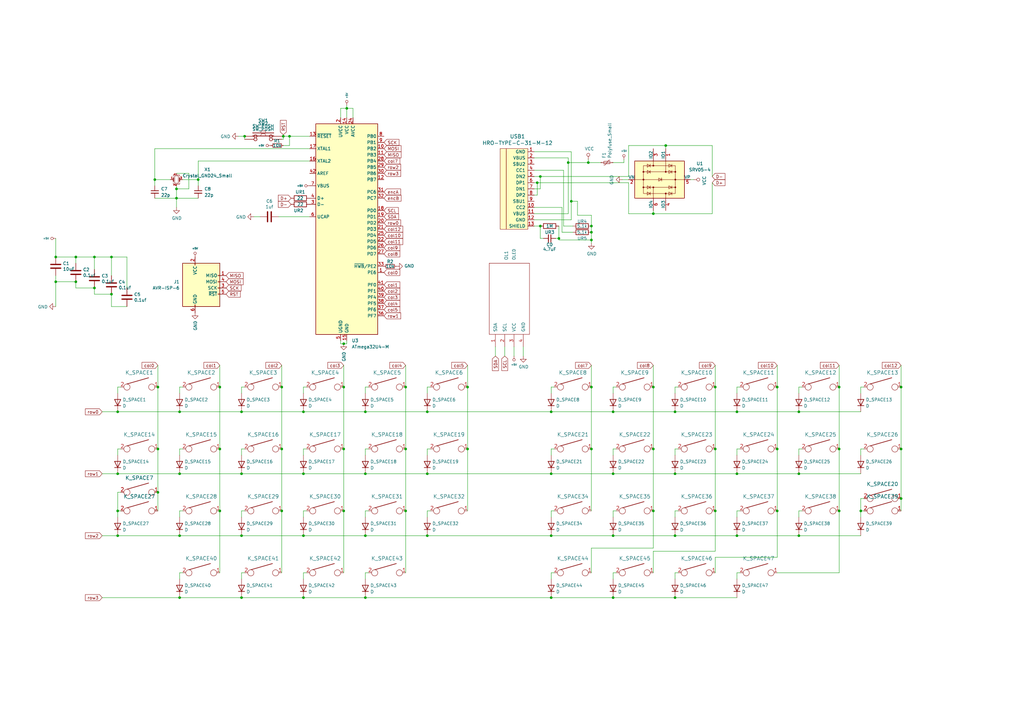
<source format=kicad_sch>
(kicad_sch (version 20211123) (generator eeschema)
  (paper "A3")
  (junction (at 90.17 209.55))
  (junction (at 220.345 74.93))
  (junction (at 149.86 245.11))
  (junction (at 166.37 184.15))
  (junction (at 233.045 66.675))
  (junction (at 140.97 158.75))
  (junction (at 22.86 105.41))
  (junction (at 267.97 209.55))
  (junction (at 242.57 92.71))
  (junction (at 99.06 219.71))
  (junction (at 100.33 55.88))
  (junction (at 140.97 140.97))
  (junction (at 251.46 219.71))
  (junction (at 175.26 194.31))
  (junction (at 327.66 219.71))
  (junction (at 124.46 194.31))
  (junction (at 116.205 55.88))
  (junction (at 64.77 184.15))
  (junction (at 73.66 219.71))
  (junction (at 293.37 209.55))
  (junction (at 149.86 219.71))
  (junction (at 191.77 158.75))
  (junction (at 276.86 219.71))
  (junction (at 115.57 158.75))
  (junction (at 38.735 105.41))
  (junction (at 31.115 105.41))
  (junction (at 73.66 168.91))
  (junction (at 302.26 168.91))
  (junction (at 99.06 168.91))
  (junction (at 191.77 184.15))
  (junction (at 48.26 219.71))
  (junction (at 302.26 219.71))
  (junction (at 48.26 194.31))
  (junction (at 251.46 168.91))
  (junction (at 276.86 245.11))
  (junction (at 142.24 44.45))
  (junction (at 48.26 168.91))
  (junction (at 140.97 184.15))
  (junction (at 72.39 81.28))
  (junction (at 140.97 209.55))
  (junction (at 369.57 184.15))
  (junction (at 327.66 168.91))
  (junction (at 124.46 219.71))
  (junction (at 226.06 168.91))
  (junction (at 369.57 158.75))
  (junction (at 251.46 245.11))
  (junction (at 221.615 92.71))
  (junction (at 45.72 120.65))
  (junction (at 31.115 115.57))
  (junction (at 48.26 209.55))
  (junction (at 229.235 97.79))
  (junction (at 99.06 245.11))
  (junction (at 276.86 194.31))
  (junction (at 318.77 209.55))
  (junction (at 63.5 73.66))
  (junction (at 353.06 209.55))
  (junction (at 273.05 59.69))
  (junction (at 118.745 55.88))
  (junction (at 242.57 98.425))
  (junction (at 344.17 184.15))
  (junction (at 45.72 105.41))
  (junction (at 302.26 194.31))
  (junction (at 267.97 87.63))
  (junction (at 124.46 168.91))
  (junction (at 175.26 219.71))
  (junction (at 90.17 184.15))
  (junction (at 242.57 95.25))
  (junction (at 124.46 245.11))
  (junction (at 38.735 118.11))
  (junction (at 234.315 82.55))
  (junction (at 99.06 194.31))
  (junction (at 22.86 115.57))
  (junction (at 73.66 194.31))
  (junction (at 251.46 194.31))
  (junction (at 318.77 158.75))
  (junction (at 293.37 158.75))
  (junction (at 64.77 158.75))
  (junction (at 242.57 158.75))
  (junction (at 276.86 168.91))
  (junction (at 226.06 245.11))
  (junction (at 115.57 209.55))
  (junction (at 293.37 184.15))
  (junction (at 175.26 168.91))
  (junction (at 166.37 158.75))
  (junction (at 149.86 168.91))
  (junction (at 115.57 184.15))
  (junction (at 318.77 184.15))
  (junction (at 149.86 194.31))
  (junction (at 267.97 184.15))
  (junction (at 64.77 201.93))
  (junction (at 267.97 158.75))
  (junction (at 72.39 77.47))
  (junction (at 241.3 66.675))
  (junction (at 81.28 73.66))
  (junction (at 327.66 194.31))
  (junction (at 73.66 245.11))
  (junction (at 90.17 158.75))
  (junction (at 242.57 184.15))
  (junction (at 226.06 219.71))
  (junction (at 369.57 204.47))
  (junction (at 344.17 209.55))
  (junction (at 344.17 158.75))
  (junction (at 166.37 209.55))
  (junction (at 221.615 72.39))
  (junction (at 226.06 194.31))
  (wire (pts (xy 72.39 81.28) (xy 81.28 81.28)))
  (wire (pts (xy 64.77 201.93) (xy 64.77 184.15)))
  (wire (pts (xy 293.37 184.15) (xy 293.37 158.75)))
  (wire (pts (xy 81.28 76.2) (xy 81.28 73.66)))
  (wire (pts (xy 149.86 194.31) (xy 175.26 194.31)))
  (wire (pts (xy 81.28 73.66) (xy 81.28 66.04)))
  (wire (pts (xy 257.81 59.69) (xy 257.81 72.39)))
  (wire (pts (xy 124.46 209.55) (xy 124.46 212.09)))
  (wire (pts (xy 267.97 234.95) (xy 267.97 226.06)))
  (wire (pts (xy 219.075 72.39) (xy 221.615 72.39)))
  (wire (pts (xy 74.93 184.15) (xy 73.66 184.15)))
  (wire (pts (xy 99.06 194.31) (xy 124.46 194.31)))
  (wire (pts (xy 139.7 48.26) (xy 139.7 44.45)))
  (wire (pts (xy 31.115 107.95) (xy 31.115 105.41)))
  (wire (pts (xy 41.91 168.91) (xy 48.26 168.91)))
  (wire (pts (xy 302.26 184.15) (xy 302.26 186.69)))
  (wire (pts (xy 73.66 184.15) (xy 73.66 186.69)))
  (wire (pts (xy 22.86 113.03) (xy 22.86 115.57)))
  (wire (pts (xy 72.39 76.2) (xy 72.39 77.47)))
  (wire (pts (xy 227.965 97.79) (xy 229.235 97.79)))
  (wire (pts (xy 242.57 95.25) (xy 242.57 92.71)))
  (wire (pts (xy 318.77 149.86) (xy 318.77 158.75)))
  (wire (pts (xy 302.26 234.95) (xy 302.26 237.49)))
  (wire (pts (xy 251.46 66.675) (xy 255.905 66.675)))
  (wire (pts (xy 151.13 209.55) (xy 149.86 209.55)))
  (wire (pts (xy 124.46 158.75) (xy 124.46 161.29)))
  (wire (pts (xy 100.33 55.88) (xy 97.79 55.88)))
  (wire (pts (xy 176.53 158.75) (xy 175.26 158.75)))
  (wire (pts (xy 255.905 66.675) (xy 255.905 65.405)))
  (wire (pts (xy 74.93 158.75) (xy 73.66 158.75)))
  (wire (pts (xy 230.505 95.25) (xy 230.505 85.09)))
  (wire (pts (xy 52.07 125.73) (xy 45.72 125.73)))
  (wire (pts (xy 125.73 158.75) (xy 124.46 158.75)))
  (wire (pts (xy 125.73 234.95) (xy 124.46 234.95)))
  (wire (pts (xy 278.13 209.55) (xy 276.86 209.55)))
  (wire (pts (xy 48.26 219.71) (xy 73.66 219.71)))
  (wire (pts (xy 49.53 201.93) (xy 48.26 201.93)))
  (wire (pts (xy 175.26 209.55) (xy 175.26 212.09)))
  (wire (pts (xy 293.37 234.95) (xy 293.37 228.6)))
  (wire (pts (xy 140.97 209.55) (xy 140.97 184.15)))
  (wire (pts (xy 219.075 64.77) (xy 233.045 64.77)))
  (wire (pts (xy 293.37 228.6) (xy 318.77 228.6)))
  (wire (pts (xy 267.97 184.15) (xy 267.97 209.55)))
  (wire (pts (xy 233.045 66.675) (xy 233.045 87.63)))
  (wire (pts (xy 221.615 77.47) (xy 221.615 72.39)))
  (wire (pts (xy 191.77 209.55) (xy 191.77 184.15)))
  (wire (pts (xy 303.53 209.55) (xy 302.26 209.55)))
  (wire (pts (xy 227.33 234.95) (xy 226.06 234.95)))
  (wire (pts (xy 72.39 71.12) (xy 77.47 71.12)))
  (wire (pts (xy 100.33 209.55) (xy 99.06 209.55)))
  (wire (pts (xy 276.86 158.75) (xy 276.86 161.29)))
  (wire (pts (xy 116.205 55.88) (xy 115.57 55.88)))
  (wire (pts (xy 226.06 158.75) (xy 226.06 161.29)))
  (wire (pts (xy 124.46 234.95) (xy 124.46 237.49)))
  (wire (pts (xy 45.72 113.03) (xy 45.72 105.41)))
  (wire (pts (xy 229.235 97.79) (xy 229.235 92.71)))
  (wire (pts (xy 302.26 158.75) (xy 302.26 161.29)))
  (wire (pts (xy 41.91 194.31) (xy 48.26 194.31)))
  (wire (pts (xy 99.06 234.95) (xy 99.06 237.49)))
  (wire (pts (xy 142.24 44.45) (xy 142.24 48.26)))
  (wire (pts (xy 278.13 184.15) (xy 276.86 184.15)))
  (wire (pts (xy 115.57 184.15) (xy 115.57 158.75)))
  (wire (pts (xy 327.66 158.75) (xy 327.66 161.29)))
  (wire (pts (xy 233.045 64.77) (xy 233.045 66.675)))
  (wire (pts (xy 234.315 82.55) (xy 234.315 62.23)))
  (wire (pts (xy 221.615 92.71) (xy 221.615 97.79)))
  (wire (pts (xy 175.26 219.71) (xy 226.06 219.71)))
  (wire (pts (xy 49.53 209.55) (xy 48.26 209.55)))
  (wire (pts (xy 236.855 82.55) (xy 236.855 88.265)))
  (wire (pts (xy 353.06 158.75) (xy 353.06 161.29)))
  (wire (pts (xy 226.06 184.15) (xy 226.06 186.69)))
  (wire (pts (xy 72.39 77.47) (xy 72.39 81.28)))
  (wire (pts (xy 115.57 209.55) (xy 115.57 234.95)))
  (wire (pts (xy 207.01 146.05) (xy 207.01 142.24)))
  (wire (pts (xy 139.7 139.7) (xy 139.7 140.97)))
  (wire (pts (xy 276.86 168.91) (xy 302.26 168.91)))
  (wire (pts (xy 115.57 57.15) (xy 116.205 57.15)))
  (wire (pts (xy 140.97 209.55) (xy 140.97 234.95)))
  (wire (pts (xy 327.66 219.71) (xy 353.06 219.71)))
  (wire (pts (xy 369.57 209.55) (xy 369.57 204.47)))
  (wire (pts (xy 276.86 194.31) (xy 302.26 194.31)))
  (wire (pts (xy 139.7 140.97) (xy 140.97 140.97)))
  (wire (pts (xy 63.5 60.96) (xy 63.5 73.66)))
  (wire (pts (xy 118.745 59.69) (xy 116.205 59.69)))
  (wire (pts (xy 73.66 234.95) (xy 73.66 237.49)))
  (wire (pts (xy 303.53 184.15) (xy 302.26 184.15)))
  (wire (pts (xy 234.95 95.25) (xy 230.505 95.25)))
  (wire (pts (xy 149.86 245.11) (xy 226.06 245.11)))
  (wire (pts (xy 227.33 158.75) (xy 226.06 158.75)))
  (wire (pts (xy 226.06 194.31) (xy 251.46 194.31)))
  (wire (pts (xy 354.33 204.47) (xy 353.06 204.47)))
  (wire (pts (xy 90.17 209.55) (xy 90.17 184.15)))
  (wire (pts (xy 273.05 59.69) (xy 292.1 59.69)))
  (wire (pts (xy 125.73 209.55) (xy 124.46 209.55)))
  (wire (pts (xy 64.77 149.86) (xy 64.77 158.75)))
  (wire (pts (xy 251.46 194.31) (xy 276.86 194.31)))
  (wire (pts (xy 22.86 115.57) (xy 22.86 125.73)))
  (wire (pts (xy 328.93 158.75) (xy 327.66 158.75)))
  (wire (pts (xy 115.57 209.55) (xy 115.57 184.15)))
  (wire (pts (xy 175.26 184.15) (xy 175.26 186.69)))
  (wire (pts (xy 267.97 86.36) (xy 267.97 87.63)))
  (wire (pts (xy 221.615 97.79) (xy 222.885 97.79)))
  (wire (pts (xy 116.205 57.15) (xy 116.205 55.88)))
  (wire (pts (xy 151.13 234.95) (xy 149.86 234.95)))
  (wire (pts (xy 242.57 224.79) (xy 267.97 224.79)))
  (wire (pts (xy 149.86 209.55) (xy 149.86 212.09)))
  (wire (pts (xy 276.86 184.15) (xy 276.86 186.69)))
  (wire (pts (xy 230.505 85.09) (xy 219.075 85.09)))
  (wire (pts (xy 214.63 146.05) (xy 214.63 142.24)))
  (wire (pts (xy 226.06 168.91) (xy 251.46 168.91)))
  (wire (pts (xy 48.26 184.15) (xy 48.26 186.69)))
  (wire (pts (xy 73.66 168.91) (xy 99.06 168.91)))
  (wire (pts (xy 229.235 98.425) (xy 242.57 98.425)))
  (wire (pts (xy 41.91 219.71) (xy 48.26 219.71)))
  (wire (pts (xy 231.14 69.85) (xy 219.075 69.85)))
  (wire (pts (xy 220.345 74.93) (xy 257.81 74.93)))
  (wire (pts (xy 149.86 234.95) (xy 149.86 237.49)))
  (wire (pts (xy 116.205 55.245) (xy 116.205 55.88)))
  (wire (pts (xy 241.3 65.405) (xy 241.3 66.675)))
  (wire (pts (xy 99.06 168.91) (xy 124.46 168.91)))
  (wire (pts (xy 267.97 184.15) (xy 267.97 158.75)))
  (wire (pts (xy 210.82 146.05) (xy 210.82 142.24)))
  (wire (pts (xy 74.93 73.66) (xy 81.28 73.66)))
  (wire (pts (xy 63.5 76.2) (xy 63.5 73.66)))
  (wire (pts (xy 118.745 55.88) (xy 118.745 59.69)))
  (wire (pts (xy 293.37 209.55) (xy 293.37 226.06)))
  (wire (pts (xy 73.66 194.31) (xy 99.06 194.31)))
  (wire (pts (xy 100.33 184.15) (xy 99.06 184.15)))
  (wire (pts (xy 73.66 209.55) (xy 73.66 212.09)))
  (wire (pts (xy 74.93 234.95) (xy 73.66 234.95)))
  (wire (pts (xy 127 60.96) (xy 63.5 60.96)))
  (wire (pts (xy 227.33 184.15) (xy 226.06 184.15)))
  (wire (pts (xy 221.615 72.39) (xy 257.81 72.39)))
  (wire (pts (xy 327.66 209.55) (xy 327.66 212.09)))
  (wire (pts (xy 233.045 87.63) (xy 219.075 87.63)))
  (wire (pts (xy 236.855 82.55) (xy 234.315 82.55)))
  (wire (pts (xy 151.13 184.15) (xy 149.86 184.15)))
  (wire (pts (xy 236.855 88.265) (xy 242.57 88.265)))
  (wire (pts (xy 303.53 234.95) (xy 302.26 234.95)))
  (wire (pts (xy 149.86 158.75) (xy 149.86 161.29)))
  (wire (pts (xy 354.33 184.15) (xy 353.06 184.15)))
  (wire (pts (xy 226.06 234.95) (xy 226.06 237.49)))
  (wire (pts (xy 293.37 209.55) (xy 293.37 184.15)))
  (wire (pts (xy 353.06 204.47) (xy 353.06 209.55)))
  (wire (pts (xy 252.73 158.75) (xy 251.46 158.75)))
  (wire (pts (xy 73.66 158.75) (xy 73.66 161.29)))
  (wire (pts (xy 257.81 74.93) (xy 257.81 87.63)))
  (wire (pts (xy 293.37 149.86) (xy 293.37 158.75)))
  (wire (pts (xy 283.21 73.66) (xy 284.48 73.66)))
  (wire (pts (xy 144.78 44.45) (xy 142.24 44.45)))
  (wire (pts (xy 219.075 92.71) (xy 221.615 92.71)))
  (wire (pts (xy 278.13 158.75) (xy 276.86 158.75)))
  (wire (pts (xy 292.1 59.69) (xy 292.1 72.39)))
  (wire (pts (xy 48.26 158.75) (xy 48.26 161.29)))
  (wire (pts (xy 104.14 88.9) (xy 106.68 88.9)))
  (wire (pts (xy 48.26 194.31) (xy 73.66 194.31)))
  (wire (pts (xy 52.07 118.11) (xy 52.07 105.41)))
  (wire (pts (xy 234.315 90.17) (xy 219.075 90.17)))
  (wire (pts (xy 90.17 184.15) (xy 90.17 158.75)))
  (wire (pts (xy 251.46 168.91) (xy 276.86 168.91)))
  (wire (pts (xy 90.17 209.55) (xy 90.17 234.95)))
  (wire (pts (xy 267.97 87.63) (xy 292.1 87.63)))
  (wire (pts (xy 100.33 55.88) (xy 100.33 57.15)))
  (wire (pts (xy 124.46 219.71) (xy 149.86 219.71)))
  (wire (pts (xy 63.5 73.66) (xy 69.85 73.66)))
  (wire (pts (xy 74.93 209.55) (xy 73.66 209.55)))
  (wire (pts (xy 151.13 158.75) (xy 149.86 158.75)))
  (wire (pts (xy 242.57 184.15) (xy 242.57 158.75)))
  (wire (pts (xy 116.205 55.88) (xy 118.745 55.88)))
  (wire (pts (xy 125.73 184.15) (xy 124.46 184.15)))
  (wire (pts (xy 229.235 97.79) (xy 229.235 98.425)))
  (wire (pts (xy 234.95 92.71) (xy 231.14 92.71)))
  (wire (pts (xy 48.26 168.91) (xy 73.66 168.91)))
  (wire (pts (xy 276.86 234.95) (xy 276.86 237.49)))
  (wire (pts (xy 100.33 234.95) (xy 99.06 234.95)))
  (wire (pts (xy 251.46 209.55) (xy 251.46 212.09)))
  (wire (pts (xy 369.57 149.86) (xy 369.57 158.75)))
  (wire (pts (xy 45.72 120.65) (xy 38.735 120.65)))
  (wire (pts (xy 303.53 158.75) (xy 302.26 158.75)))
  (wire (pts (xy 233.045 66.675) (xy 241.3 66.675)))
  (wire (pts (xy 99.06 245.11) (xy 124.46 245.11)))
  (wire (pts (xy 267.97 226.06) (xy 293.37 226.06)))
  (wire (pts (xy 45.72 105.41) (xy 52.07 105.41)))
  (wire (pts (xy 241.3 66.675) (xy 246.38 66.675)))
  (wire (pts (xy 302.26 194.31) (xy 327.66 194.31)))
  (wire (pts (xy 149.86 184.15) (xy 149.86 186.69)))
  (wire (pts (xy 219.075 62.23) (xy 234.315 62.23)))
  (wire (pts (xy 327.66 184.15) (xy 327.66 186.69)))
  (wire (pts (xy 255.27 73.66) (xy 257.81 73.66)))
  (wire (pts (xy 353.06 184.15) (xy 353.06 186.69)))
  (wire (pts (xy 149.86 219.71) (xy 175.26 219.71)))
  (wire (pts (xy 354.33 209.55) (xy 353.06 209.55)))
  (wire (pts (xy 142.24 140.97) (xy 140.97 140.97)))
  (wire (pts (xy 149.86 168.91) (xy 175.26 168.91)))
  (wire (pts (xy 278.13 234.95) (xy 276.86 234.95)))
  (wire (pts (xy 142.24 43.18) (xy 142.24 44.45)))
  (wire (pts (xy 276.86 219.71) (xy 302.26 219.71)))
  (wire (pts (xy 38.735 120.65) (xy 38.735 118.11)))
  (wire (pts (xy 226.06 209.55) (xy 226.06 212.09)))
  (wire (pts (xy 49.53 158.75) (xy 48.26 158.75)))
  (wire (pts (xy 48.26 201.93) (xy 48.26 209.55)))
  (wire (pts (xy 251.46 245.11) (xy 276.86 245.11)))
  (wire (pts (xy 99.06 219.71) (xy 124.46 219.71)))
  (wire (pts (xy 114.3 88.9) (xy 127 88.9)))
  (wire (pts (xy 251.46 234.95) (xy 251.46 237.49)))
  (wire (pts (xy 219.075 74.93) (xy 220.345 74.93)))
  (wire (pts (xy 327.66 194.31) (xy 353.06 194.31)))
  (wire (pts (xy 318.77 234.95) (xy 344.17 234.95)))
  (wire (pts (xy 251.46 184.15) (xy 251.46 186.69)))
  (wire (pts (xy 318.77 209.55) (xy 318.77 184.15)))
  (wire (pts (xy 48.26 209.55) (xy 48.26 212.09)))
  (wire (pts (xy 276.86 209.55) (xy 276.86 212.09)))
  (wire (pts (xy 144.78 48.26) (xy 144.78 44.45)))
  (wire (pts (xy 302.26 168.91) (xy 327.66 168.91)))
  (wire (pts (xy 242.57 98.425) (xy 242.57 99.695)))
  (wire (pts (xy 369.57 204.47) (xy 369.57 184.15)))
  (wire (pts (xy 191.77 149.86) (xy 191.77 158.75)))
  (wire (pts (xy 242.57 184.15) (xy 242.57 209.55)))
  (wire (pts (xy 139.7 44.45) (xy 142.24 44.45)))
  (wire (pts (xy 344.17 209.55) (xy 344.17 234.95)))
  (wire (pts (xy 73.66 219.71) (xy 99.06 219.71)))
  (wire (pts (xy 142.24 139.7) (xy 142.24 140.97)))
  (wire (pts (xy 100.33 158.75) (xy 99.06 158.75)))
  (wire (pts (xy 166.37 184.15) (xy 166.37 158.75)))
  (wire (pts (xy 203.2 146.05) (xy 203.2 142.24)))
  (wire (pts (xy 242.57 88.265) (xy 242.57 92.71)))
  (wire (pts (xy 226.06 245.11) (xy 251.46 245.11)))
  (wire (pts (xy 81.28 66.04) (xy 127 66.04)))
  (wire (pts (xy 90.17 149.86) (xy 90.17 158.75)))
  (wire (pts (xy 115.57 149.86) (xy 115.57 158.75)))
  (wire (pts (xy 140.97 149.86) (xy 140.97 158.75)))
  (wire (pts (xy 64.77 209.55) (xy 64.77 201.93)))
  (wire (pts (xy 49.53 184.15) (xy 48.26 184.15)))
  (wire (pts (xy 64.77 184.15) (xy 64.77 158.75)))
  (wire (pts (xy 22.86 105.41) (xy 22.86 97.79)))
  (wire (pts (xy 302.26 209.55) (xy 302.26 212.09)))
  (wire (pts (xy 176.53 209.55) (xy 175.26 209.55)))
  (wire (pts (xy 191.77 184.15) (xy 191.77 158.75)))
  (wire (pts (xy 267.97 209.55) (xy 267.97 224.79)))
  (wire (pts (xy 318.77 184.15) (xy 318.77 158.75)))
  (wire (pts (xy 226.06 219.71) (xy 251.46 219.71)))
  (wire (pts (xy 257.81 59.69) (xy 273.05 59.69)))
  (wire (pts (xy 353.06 209.55) (xy 353.06 212.09)))
  (wire (pts (xy 140.97 184.15) (xy 140.97 158.75)))
  (wire (pts (xy 219.075 80.01) (xy 220.345 80.01)))
  (wire (pts (xy 252.73 184.15) (xy 251.46 184.15)))
  (wire (pts (xy 234.315 90.17) (xy 234.315 82.55)))
  (wire (pts (xy 38.735 110.49) (xy 38.735 105.41)))
  (wire (pts (xy 344.17 184.15) (xy 344.17 158.75)))
  (wire (pts (xy 252.73 234.95) (xy 251.46 234.95)))
  (wire (pts (xy 166.37 209.55) (xy 166.37 234.95)))
  (wire (pts (xy 327.66 168.91) (xy 353.06 168.91)))
  (wire (pts (xy 220.345 80.01) (xy 220.345 74.93)))
  (wire (pts (xy 354.33 158.75) (xy 353.06 158.75)))
  (wire (pts (xy 252.73 209.55) (xy 251.46 209.55)))
  (wire (pts (xy 63.5 81.28) (xy 72.39 81.28)))
  (wire (pts (xy 99.06 209.55) (xy 99.06 212.09)))
  (wire (pts (xy 175.26 168.91) (xy 226.06 168.91)))
  (wire (pts (xy 227.33 209.55) (xy 226.06 209.55)))
  (wire (pts (xy 72.39 81.28) (xy 72.39 85.09)))
  (wire (pts (xy 41.91 245.11) (xy 73.66 245.11)))
  (wire (pts (xy 99.06 184.15) (xy 99.06 186.69)))
  (wire (pts (xy 31.115 118.11) (xy 38.735 118.11)))
  (wire (pts (xy 267.97 149.86) (xy 267.97 158.75)))
  (wire (pts (xy 292.1 74.93) (xy 292.1 87.63)))
  (wire (pts (xy 344.17 149.86) (xy 344.17 158.75)))
  (wire (pts (xy 77.47 77.47) (xy 72.39 77.47)))
  (wire (pts (xy 251.46 158.75) (xy 251.46 161.29)))
  (wire (pts (xy 38.735 105.41) (xy 45.72 105.41)))
  (wire (pts (xy 257.81 87.63) (xy 267.97 87.63)))
  (wire (pts (xy 124.46 194.31) (xy 149.86 194.31)))
  (wire (pts (xy 73.66 245.11) (xy 99.06 245.11)))
  (wire (pts (xy 302.26 219.71) (xy 327.66 219.71)))
  (wire (pts (xy 219.075 77.47) (xy 221.615 77.47)))
  (wire (pts (xy 31.115 105.41) (xy 38.735 105.41)))
  (wire (pts (xy 242.57 95.25) (xy 242.57 98.425)))
  (wire (pts (xy 344.17 209.55) (xy 344.17 184.15)))
  (wire (pts (xy 124.46 184.15) (xy 124.46 186.69)))
  (wire (pts (xy 124.46 168.91) (xy 149.86 168.91)))
  (wire (pts (xy 124.46 245.11) (xy 149.86 245.11)))
  (wire (pts (xy 242.57 149.86) (xy 242.57 158.75)))
  (wire (pts (xy 318.77 209.55) (xy 318.77 228.6)))
  (wire (pts (xy 45.72 125.73) (xy 45.72 120.65)))
  (wire (pts (xy 328.93 209.55) (xy 327.66 209.55)))
  (wire (pts (xy 77.47 71.12) (xy 77.47 77.47)))
  (wire (pts (xy 242.57 234.95) (xy 242.57 224.79)))
  (wire (pts (xy 166.37 149.86) (xy 166.37 158.75)))
  (wire (pts (xy 99.06 158.75) (xy 99.06 161.29)))
  (wire (pts (xy 251.46 219.71) (xy 276.86 219.71)))
  (wire (pts (xy 31.115 115.57) (xy 31.115 118.11)))
  (wire (pts (xy 22.86 105.41) (xy 31.115 105.41)))
  (wire (pts (xy 175.26 194.31) (xy 226.06 194.31)))
  (wire (pts (xy 273.05 59.69) (xy 273.05 60.96)))
  (wire (pts (xy 276.86 245.11) (xy 302.26 245.11)))
  (wire (pts (xy 118.745 55.88) (xy 127 55.88)))
  (wire (pts (xy 175.26 158.75) (xy 175.26 161.29)))
  (wire (pts (xy 176.53 184.15) (xy 175.26 184.15)))
  (wire (pts (xy 166.37 209.55) (xy 166.37 184.15)))
  (wire (pts (xy 369.57 184.15) (xy 369.57 158.75)))
  (wire (pts (xy 231.14 92.71) (xy 231.14 69.85)))
  (wire (pts (xy 328.93 184.15) (xy 327.66 184.15)))
  (wire (pts (xy 22.86 115.57) (xy 31.115 115.57)))
  (global_label "row0" (shape input) (at 41.91 168.91 180) (property "Intersheet References" "${INTERSHEET_REFS}" (effects hide)))
  (global_label "row2" (shape input) (at 157.48 68.58 0) (property "Intersheet References" "${INTERSHEET_REFS}" (effects hide)))
  (global_label "col5" (shape input) (at 157.48 127 0) (property "Intersheet References" "${INTERSHEET_REFS}" (effects hide)))
  (global_label "col0" (shape input) (at 157.48 111.76 0) (property "Intersheet References" "${INTERSHEET_REFS}" (effects hide)))
  (global_label "SCL" (shape input) (at 157.48 86.36 0) (property "Intersheet References" "${INTERSHEET_REFS}" (effects hide)))
  (global_label "col11" (shape input) (at 157.48 99.06 0) (property "Intersheet References" "${INTERSHEET_REFS}" (effects hide)))
  (global_label "SDA" (shape input) (at 203.2 146.05 270) (property "Intersheet References" "${INTERSHEET_REFS}" (effects hide)))
  (global_label "col9" (shape input) (at 157.48 101.6 0) (property "Intersheet References" "${INTERSHEET_REFS}" (effects hide)))
  (global_label "col1" (shape input) (at 90.17 149.86 180) (property "Intersheet References" "${INTERSHEET_REFS}" (effects hide)))
  (global_label "encB" (shape input) (at 157.48 81.28 0) (property "Intersheet References" "${INTERSHEET_REFS}" (effects hide)))
  (global_label "MOSI" (shape input) (at 92.71 115.57 0) (property "Intersheet References" "${INTERSHEET_REFS}" (effects hide)))
  (global_label "SDA" (shape input) (at 157.48 88.9 0) (property "Intersheet References" "${INTERSHEET_REFS}" (effects hide)))
  (global_label "col12" (shape input) (at 157.48 93.98 0) (property "Intersheet References" "${INTERSHEET_REFS}" (effects hide)))
  (global_label "col4" (shape input) (at 166.37 149.86 180) (property "Intersheet References" "${INTERSHEET_REFS}" (effects hide)))
  (global_label "SCK" (shape input) (at 157.48 58.42 0) (property "Intersheet References" "${INTERSHEET_REFS}" (effects hide)))
  (global_label "col9" (shape input) (at 293.37 149.86 180) (property "Intersheet References" "${INTERSHEET_REFS}" (effects hide)))
  (global_label "MISO" (shape input) (at 157.48 63.5 0) (property "Intersheet References" "${INTERSHEET_REFS}" (effects hide)))
  (global_label "col4" (shape input) (at 157.48 124.46 0) (property "Intersheet References" "${INTERSHEET_REFS}" (effects hide)))
  (global_label "col11" (shape input) (at 344.17 149.86 180) (property "Intersheet References" "${INTERSHEET_REFS}" (effects hide)))
  (global_label "col12" (shape input) (at 369.57 149.86 180) (property "Intersheet References" "${INTERSHEET_REFS}" (effects hide)))
  (global_label "col7" (shape input) (at 157.48 66.04 0) (property "Intersheet References" "${INTERSHEET_REFS}" (effects hide)))
  (global_label "col8" (shape input) (at 267.97 149.86 180) (property "Intersheet References" "${INTERSHEET_REFS}" (effects hide)))
  (global_label "col8" (shape input) (at 157.48 104.14 0) (property "Intersheet References" "${INTERSHEET_REFS}" (effects hide)))
  (global_label "D+" (shape input) (at 292.1 74.93 0) (property "Intersheet References" "${INTERSHEET_REFS}" (effects hide)))
  (global_label "col5" (shape input) (at 191.77 149.86 180) (property "Intersheet References" "${INTERSHEET_REFS}" (effects hide)))
  (global_label "D-" (shape input) (at 292.1 72.39 0) (property "Intersheet References" "${INTERSHEET_REFS}" (effects hide)))
  (global_label "encA" (shape input) (at 157.48 78.74 0) (property "Intersheet References" "${INTERSHEET_REFS}" (effects hide)))
  (global_label "row2" (shape input) (at 41.91 219.71 180) (property "Intersheet References" "${INTERSHEET_REFS}" (effects hide)))
  (global_label "col10" (shape input) (at 318.77 149.86 180) (property "Intersheet References" "${INTERSHEET_REFS}" (effects hide)))
  (global_label "D-" (shape input) (at 119.38 83.82 180) (property "Intersheet References" "${INTERSHEET_REFS}" (effects hide)))
  (global_label "row1" (shape input) (at 41.91 194.31 180) (property "Intersheet References" "${INTERSHEET_REFS}" (effects hide)))
  (global_label "row1" (shape input) (at 157.48 129.54 0) (property "Intersheet References" "${INTERSHEET_REFS}" (effects hide)))
  (global_label "col1" (shape input) (at 157.48 116.84 0) (property "Intersheet References" "${INTERSHEET_REFS}" (effects hide)))
  (global_label "col3" (shape input) (at 157.48 121.92 0) (property "Intersheet References" "${INTERSHEET_REFS}" (effects hide)))
  (global_label "D+" (shape input) (at 119.38 81.28 180) (property "Intersheet References" "${INTERSHEET_REFS}" (effects hide)))
  (global_label "row3" (shape input) (at 157.48 71.12 0) (property "Intersheet References" "${INTERSHEET_REFS}" (effects hide)))
  (global_label "col10" (shape input) (at 157.48 96.52 0) (property "Intersheet References" "${INTERSHEET_REFS}" (effects hide)))
  (global_label "col2" (shape input) (at 115.57 149.86 180) (property "Intersheet References" "${INTERSHEET_REFS}" (effects hide)))
  (global_label "RST" (shape input) (at 92.71 120.65 0) (property "Intersheet References" "${INTERSHEET_REFS}" (effects hide)))
  (global_label "SCK" (shape input) (at 92.71 118.11 0) (property "Intersheet References" "${INTERSHEET_REFS}" (effects hide)))
  (global_label "col7" (shape input) (at 242.57 149.86 180) (property "Intersheet References" "${INTERSHEET_REFS}" (effects hide)))
  (global_label "row3" (shape input) (at 41.91 245.11 180) (property "Intersheet References" "${INTERSHEET_REFS}" (effects hide)))
  (global_label "col0" (shape input) (at 64.77 149.86 180) (property "Intersheet References" "${INTERSHEET_REFS}" (effects hide)))
  (global_label "SCL" (shape input) (at 207.01 146.05 270) (property "Intersheet References" "${INTERSHEET_REFS}" (effects hide)))
  (global_label "col2" (shape input) (at 157.48 119.38 0) (property "Intersheet References" "${INTERSHEET_REFS}" (effects hide)))
  (global_label "row0" (shape input) (at 157.48 91.44 0) (property "Intersheet References" "${INTERSHEET_REFS}" (effects hide)))
  (global_label "MISO" (shape input) (at 92.71 113.03 0) (property "Intersheet References" "${INTERSHEET_REFS}" (effects hide)))
  (global_label "RST" (shape input) (at 116.205 55.245 90) (property "Intersheet References" "${INTERSHEET_REFS}" (effects hide)))
  (global_label "col3" (shape input) (at 140.97 149.86 180) (property "Intersheet References" "${INTERSHEET_REFS}" (effects hide)))
  (global_label "MOSI" (shape input) (at 157.48 60.96 0) (property "Intersheet References" "${INTERSHEET_REFS}" (effects hide)))
  (symbol (lib_id "power:GND") (at 97.79 55.88 270) (unit 1)
    (property "Reference" "#PWR0109" (effects hide))
    (property "Value" "GND" (at 94.5388 56.007 90) (effects (justify right)))
  )
  (symbol (lib_id "keyboard_parts:KEYSW") (at 260.35 158.75 0) (unit 1)
    (property "Reference" "K_SPACE9" (at 260.35 152.8318 0) (effects (font (size 1.524 1.524))))
    (property "Value" "KEYSW" (effects hide))
    (property "Footprint" "MX_Only:MXOnly-1U-NoLED" (effects hide))
  )
  (symbol (lib_id "Device:D") (at 99.06 165.1 90) (unit 1)
    (property "Reference" "D_SPACE3" (at 101.0666 163.9316 90) (effects (justify right)))
    (property "Value" "D" (at 101.0666 166.497 90) (effects (justify right)))
    (property "Footprint" "Diode_SMD:D_SOD-123" (effects hide))
  )
  (symbol (lib_id "keyboard_parts:KEYSW") (at 234.95 209.55 0) (unit 1)
    (property "Reference" "K_SPACE34" (at 234.95 203.6318 0) (effects (font (size 1.524 1.524))))
    (property "Value" "KEYSW" (effects hide))
    (property "Footprint" "MX_Only:MXOnly-1U-NoLED" (effects hide))
  )
  (symbol (lib_id "Device:D") (at 226.06 241.3 90) (unit 1)
    (property "Reference" "D_SPACE44" (at 228.0666 240.1316 90) (effects (justify right)))
    (property "Value" "D" (at 228.0666 242.697 90) (effects (justify right)))
    (property "Footprint" "Diode_SMD:D_SOD-123" (effects hide))
  )
  (symbol (lib_id "device:C_Small") (at 225.425 97.79 270) (unit 1)
    (property "Reference" "C0" (at 225.425 100.33 90))
    (property "Value" "4.7uF" (at 225.425 102.235 90))
    (property "Footprint" "Capacitor_SMD:C_0805_2012Metric" (effects hide))
  )
  (symbol (lib_id "power:GND") (at 255.27 73.66 270) (unit 1)
    (property "Reference" "#PWR0118" (effects hide))
    (property "Value" "GND" (at 250.8758 73.787 0))
  )
  (symbol (lib_id "keyboard_parts:KEYSW") (at 234.95 158.75 0) (unit 1)
    (property "Reference" "K_SPACE8" (at 234.95 152.8318 0) (effects (font (size 1.524 1.524))))
    (property "Value" "KEYSW" (effects hide))
    (property "Footprint" "MX_Only:MXOnly-1U-NoLED" (effects hide))
  )
  (symbol (lib_id "kbd:OLED") (at 209.55 123.19 90) (unit 1)
    (property "Reference" "OL1" (at 207.645 106.68 0) (effects (font (size 1.2954 1.2954)) (justify left)))
    (property "Value" "OLED" (at 210.82 106.68 0) (effects (font (size 1.1938 1.1938)) (justify left)))
    (property "Footprint" "kbd:OLED_v2" (effects hide))
  )
  (symbol (lib_id "keyboard_parts:KEYSW") (at 311.15 158.75 0) (unit 1)
    (property "Reference" "K_SPACE11" (at 311.15 152.8318 0) (effects (font (size 1.524 1.524))))
    (property "Value" "KEYSW" (effects hide))
    (property "Footprint" "MX_Only:MXOnly-1U-NoLED" (effects hide))
  )
  (symbol (lib_id "keyboard_parts:KEYSW") (at 158.75 184.15 0) (unit 1)
    (property "Reference" "K_SPACE18" (at 158.75 178.2318 0) (effects (font (size 1.524 1.524))))
    (property "Value" "KEYSW" (effects hide))
    (property "Footprint" "MX_Only:MXOnly-1U-NoLED" (effects hide))
  )
  (symbol (lib_id "keyboard_parts:+5V") (at 142.24 43.18 0) (unit 1)
    (property "Reference" "#PWR0120" (effects hide))
    (property "Value" "+5V" (at 142.24 40.4368 90) (effects (font (size 0.762 0.762)) (justify left)))
  )
  (symbol (lib_id "keyboard_parts:KEYSW") (at 311.15 184.15 0) (unit 1)
    (property "Reference" "K_SPACE24" (at 311.15 178.2318 0) (effects (font (size 1.524 1.524))))
    (property "Value" "KEYSW" (effects hide))
    (property "Footprint" "MX_Only:MXOnly-1U-NoLED" (effects hide))
  )
  (symbol (lib_id "keyboard_parts:KEYSW") (at 57.15 209.55 0) (unit 1)
    (property "Reference" "K_SPACE27" (at 57.15 203.6318 0) (effects (font (size 1.524 1.524))))
    (property "Value" "KEYSW" (effects hide))
    (property "Footprint" "MX_Only:MXOnly-1U-NoLED" (effects hide))
  )
  (symbol (lib_id "keyboard_parts:SW_PUSH") (at 107.95 57.15 0) (unit 1)
    (property "Reference" "SW2" (at 107.95 50.673 0))
    (property "Value" "SW_PUSH" (at 107.95 52.9844 0))
    (property "Footprint" "Button_Switch_SMD:SW_SPST_SKQG_WithoutStem" (effects hide))
  )
  (symbol (lib_id "power:GND") (at 242.57 99.695 0) (unit 1)
    (property "Reference" "#PWR0103" (effects hide))
    (property "Value" "GND" (at 242.697 104.0892 0))
  )
  (symbol (lib_id "device:C") (at 45.72 116.84 0) (unit 1)
    (property "Reference" "C4" (at 48.641 115.6716 0) (effects (justify left)))
    (property "Value" "0.1uf" (at 48.641 117.983 0) (effects (justify left)))
    (property "Footprint" "Capacitor_SMD:C_0805_2012Metric" (effects hide))
  )
  (symbol (lib_id "Device:D") (at 302.26 165.1 90) (unit 1)
    (property "Reference" "D_SPACE11" (at 304.2666 163.9316 90) (effects (justify right)))
    (property "Value" "D" (at 304.2666 166.497 90) (effects (justify right)))
    (property "Footprint" "Diode_SMD:D_SOD-123" (effects hide))
  )
  (symbol (lib_id "keyboard_parts:KEYSW") (at 361.95 209.55 0) (unit 1)
    (property "Reference" "K_SPACE39" (at 361.95 203.6318 0) (effects (font (size 1.524 1.524))))
    (property "Value" "KEYSW" (effects hide))
    (property "Footprint" "MX_Only:MXOnly-1U-NoLED" (effects hide))
  )
  (symbol (lib_id "Device:Crystal_GND24_Small") (at 72.39 73.66 0) (unit 1)
    (property "Reference" "X1" (at 85.09 69.5198 0))
    (property "Value" "Crystal_GND24_Small" (at 85.09 72.0598 0))
    (property "Footprint" "Crystal:Crystal_SMD_3225-4Pin_3.2x2.5mm_HandSoldering" (effects hide))
  )
  (symbol (lib_id "keyboard_parts:KEYSW") (at 184.15 184.15 0) (unit 1)
    (property "Reference" "K_SPACE19" (at 184.15 178.2318 0) (effects (font (size 1.524 1.524))))
    (property "Value" "KEYSW" (effects hide))
    (property "Footprint" "MX_Only:MXOnly-1U-NoLED" (effects hide))
  )
  (symbol (lib_id "keyboard_parts:KEYSW") (at 361.95 158.75 0) (unit 1)
    (property "Reference" "K_SPACE13" (at 361.95 152.8318 0) (effects (font (size 1.524 1.524))))
    (property "Value" "KEYSW" (effects hide))
    (property "Footprint" "MX_Only:MXOnly-1U-NoLED" (effects hide))
  )
  (symbol (lib_id "Device:D") (at 353.06 215.9 90) (unit 1)
    (property "Reference" "D_SPACE39" (at 355.0666 214.7316 90) (effects (justify right)))
    (property "Value" "D" (at 355.0666 217.297 90) (effects (justify right)))
    (property "Footprint" "Diode_SMD:D_SOD-123" (effects hide))
  )
  (symbol (lib_id "keyboard_parts:KEYSW") (at 158.75 158.75 0) (unit 1)
    (property "Reference" "K_SPACE5" (at 158.75 152.8318 0) (effects (font (size 1.524 1.524))))
    (property "Value" "KEYSW" (effects hide))
    (property "Footprint" "MX_Only:MXOnly-1U-NoLED" (effects hide))
  )
  (symbol (lib_id "device:R") (at 123.19 81.28 90) (unit 1)
    (property "Reference" "UR2" (at 124.46 86.36 90) (effects (justify left)))
    (property "Value" "22" (at 124.46 81.28 90) (effects (justify left)))
    (property "Footprint" "Resistor_SMD:R_0805_2012Metric" (effects hide))
  )
  (symbol (lib_id "keyboard_parts:KEYSW") (at 133.35 209.55 0) (unit 1)
    (property "Reference" "K_SPACE30" (at 133.35 203.6318 0) (effects (font (size 1.524 1.524))))
    (property "Value" "KEYSW" (effects hide))
    (property "Footprint" "MX_Only:MXOnly-1U-NoLED" (effects hide))
  )
  (symbol (lib_id "Device:D") (at 226.06 165.1 90) (unit 1)
    (property "Reference" "D_SPACE8" (at 228.0666 163.9316 90) (effects (justify right)))
    (property "Value" "D" (at 228.0666 166.497 90) (effects (justify right)))
    (property "Footprint" "Diode_SMD:D_SOD-123" (effects hide))
  )
  (symbol (lib_id "keyboard_parts:KEYSW") (at 285.75 184.15 0) (unit 1)
    (property "Reference" "K_SPACE23" (at 285.75 178.2318 0) (effects (font (size 1.524 1.524))))
    (property "Value" "KEYSW" (effects hide))
    (property "Footprint" "MX_Only:MXOnly-1U-NoLED" (effects hide))
  )
  (symbol (lib_id "keyboard_parts:KEYSW") (at 336.55 158.75 0) (unit 1)
    (property "Reference" "K_SPACE12" (at 336.55 152.8318 0) (effects (font (size 1.524 1.524))))
    (property "Value" "KEYSW" (effects hide))
    (property "Footprint" "MX_Only:MXOnly-1U-NoLED" (effects hide))
  )
  (symbol (lib_id "keyboard_parts:KEYSW") (at 107.95 234.95 0) (unit 1)
    (property "Reference" "K_SPACE41" (at 107.95 229.0318 0) (effects (font (size 1.524 1.524))))
    (property "Value" "KEYSW" (effects hide))
    (property "Footprint" "MX_Only:MXOnly-1U-NoLED" (effects hide))
  )
  (symbol (lib_id "device:C") (at 52.07 121.92 0) (unit 1)
    (property "Reference" "C5" (at 54.991 120.7516 0) (effects (justify left)))
    (property "Value" "0.1uf" (at 54.991 123.063 0) (effects (justify left)))
    (property "Footprint" "Capacitor_SMD:C_0805_2012Metric" (effects hide))
  )
  (symbol (lib_id "device:R_Small") (at 113.665 59.69 270) (unit 1)
    (property "Reference" "R1" (at 113.665 57.785 90))
    (property "Value" "10k" (at 113.665 59.69 90))
    (property "Footprint" "Resistor_SMD:R_0805_2012Metric" (effects hide))
  )
  (symbol (lib_id "Power_Protection:SRV05-4") (at 270.51 73.66 270) (unit 1)
    (property "Reference" "U1" (at 287.02 67.0812 90))
    (property "Value" "SRV05-4" (at 287.02 69.6212 90))
    (property "Footprint" "Package_TO_SOT_SMD:SOT-23-6" (effects hide))
    (property "Datasheet" "http://www.onsemi.com/pub/Collateral/SRV05-4-D.PDF" (effects hide))
  )
  (symbol (lib_id "power:GND") (at 104.14 88.9 270) (unit 1)
    (property "Reference" "#PWR0111" (effects hide))
    (property "Value" "GND" (at 100.8888 89.027 90) (effects (justify right)))
  )
  (symbol (lib_id "power:GND") (at 140.97 140.97 0) (unit 1)
    (property "Reference" "#PWR0107" (effects hide))
    (property "Value" "GND" (at 141.097 144.2212 90) (effects (justify right)))
  )
  (symbol (lib_id "power:GND") (at 72.39 85.09 0) (unit 1)
    (property "Reference" "#PWR0108" (effects hide))
    (property "Value" "GND" (at 72.517 89.4842 0))
  )
  (symbol (lib_id "device:C") (at 22.86 109.22 0) (unit 1)
    (property "Reference" "C1" (at 25.781 108.0516 0) (effects (justify left)))
    (property "Value" "10uF" (at 25.781 110.363 0) (effects (justify left)))
    (property "Footprint" "Capacitor_SMD:C_0805_2012Metric" (effects hide))
  )
  (symbol (lib_id "keyboard_parts:+5V") (at 127 76.2 90) (unit 1)
    (property "Reference" "#PWR0119" (effects hide))
    (property "Value" "+5V" (at 124.2568 76.2 90) (effects (font (size 0.762 0.762)) (justify left)))
  )
  (symbol (lib_id "keyboard_parts:KEYSW") (at 158.75 234.95 0) (unit 1)
    (property "Reference" "K_SPACE43" (at 158.75 229.0318 0) (effects (font (size 1.524 1.524))))
    (property "Value" "KEYSW" (effects hide))
    (property "Footprint" "MX_Only:MXOnly-1.75U-NoLED" (effects hide))
  )
  (symbol (lib_id "keyboard_parts:KEYSW") (at 133.35 158.75 0) (unit 1)
    (property "Reference" "K_SPACE4" (at 133.35 152.8318 0) (effects (font (size 1.524 1.524))))
    (property "Value" "KEYSW" (effects hide))
    (property "Footprint" "MX_Only:MXOnly-1U-NoLED" (effects hide))
  )
  (symbol (lib_id "Device:D") (at 175.26 190.5 90) (unit 1)
    (property "Reference" "D_SPACE19" (at 177.2666 189.3316 90) (effects (justify right)))
    (property "Value" "D" (at 177.2666 191.897 90) (effects (justify right)))
    (property "Footprint" "Diode_SMD:D_SOD-123" (effects hide))
  )
  (symbol (lib_id "keyboard_parts:KEYSW") (at 107.95 209.55 0) (unit 1)
    (property "Reference" "K_SPACE29" (at 107.95 203.6318 0) (effects (font (size 1.524 1.524))))
    (property "Value" "KEYSW" (effects hide))
    (property "Footprint" "MX_Only:MXOnly-1U-NoLED" (effects hide))
  )
  (symbol (lib_id "Device:D") (at 302.26 190.5 90) (unit 1)
    (property "Reference" "D_SPACE24" (at 304.2666 189.3316 90) (effects (justify right)))
    (property "Value" "D" (at 304.2666 191.897 90) (effects (justify right)))
    (property "Footprint" "Diode_SMD:D_SOD-123" (effects hide))
  )
  (symbol (lib_id "Device:D") (at 124.46 241.3 90) (unit 1)
    (property "Reference" "D_SPACE42" (at 126.4666 240.1316 90) (effects (justify right)))
    (property "Value" "D" (at 126.4666 242.697 90) (effects (justify right)))
    (property "Footprint" "Diode_SMD:D_SOD-123" (effects hide))
  )
  (symbol (lib_id "Device:C_Small") (at 81.28 78.74 0) (unit 1)
    (property "Reference" "C8" (at 83.82 77.4762 0) (effects (justify left)))
    (property "Value" "22p" (at 83.82 80.0162 0) (effects (justify left)))
    (property "Footprint" "Capacitor_SMD:C_0805_2012Metric" (effects hide))
  )
  (symbol (lib_id "power:VCC") (at 241.3 65.405 0) (unit 1)
    (property "Reference" "#PWR0101" (effects hide))
    (property "Value" "VCC" (at 241.7318 61.0108 0))
  )
  (symbol (lib_id "Device:D") (at 276.86 190.5 90) (unit 1)
    (property "Reference" "D_SPACE23" (at 278.8666 189.3316 90) (effects (justify right)))
    (property "Value" "D" (at 278.8666 191.897 90) (effects (justify right)))
    (property "Footprint" "Diode_SMD:D_SOD-123" (effects hide))
  )
  (symbol (lib_id "keyboard_parts:+5V") (at 22.86 97.79 90) (unit 1)
    (property "Reference" "#PWR0105" (effects hide))
    (property "Value" "+5V" (at 20.1168 97.79 90) (effects (font (size 0.762 0.762)) (justify left)))
  )
  (symbol (lib_id "device:R") (at 123.19 83.82 90) (unit 1)
    (property "Reference" "UR1" (at 123.19 78.74 90))
    (property "Value" "22" (at 123.19 83.82 90))
    (property "Footprint" "Resistor_SMD:R_0805_2012Metric" (effects hide))
  )
  (symbol (lib_id "Device:D") (at 276.86 241.3 90) (unit 1)
    (property "Reference" "D_SPACE46" (at 278.8666 240.1316 90) (effects (justify right)))
    (property "Value" "D" (at 278.8666 242.697 90) (effects (justify right)))
    (property "Footprint" "Diode_SMD:D_SOD-123" (effects hide))
  )
  (symbol (lib_id "Device:D") (at 327.66 165.1 90) (unit 1)
    (property "Reference" "D_SPACE12" (at 329.6666 163.9316 90) (effects (justify right)))
    (property "Value" "D" (at 329.6666 166.497 90) (effects (justify right)))
    (property "Footprint" "Diode_SMD:D_SOD-123" (effects hide))
  )
  (symbol (lib_id "Device:D") (at 251.46 215.9 90) (unit 1)
    (property "Reference" "D_SPACE35" (at 253.4666 214.7316 90) (effects (justify right)))
    (property "Value" "D" (at 253.4666 217.297 90) (effects (justify right)))
    (property "Footprint" "Diode_SMD:D_SOD-123" (effects hide))
  )
  (symbol (lib_id "Device:C_Small") (at 63.5 78.74 0) (unit 1)
    (property "Reference" "C7" (at 66.04 77.4762 0) (effects (justify left)))
    (property "Value" "22p" (at 66.04 80.0162 0) (effects (justify left)))
    (property "Footprint" "Capacitor_SMD:C_0805_2012Metric" (effects hide))
  )
  (symbol (lib_id "keyboard_parts:KEYSW") (at 260.35 184.15 0) (unit 1)
    (property "Reference" "K_SPACE22" (at 260.35 178.2318 0) (effects (font (size 1.524 1.524))))
    (property "Value" "KEYSW" (effects hide))
    (property "Footprint" "MX_Only:MXOnly-1U-NoLED" (effects hide))
  )
  (symbol (lib_id "keyboard_parts:KEYSW") (at 336.55 184.15 0) (unit 1)
    (property "Reference" "K_SPACE25" (at 336.55 178.2318 0) (effects (font (size 1.524 1.524))))
    (property "Value" "KEYSW" (effects hide))
    (property "Footprint" "MX_Only:MXOnly-1U-NoLED" (effects hide))
  )
  (symbol (lib_id "keyboard_parts:KEYSW") (at 82.55 209.55 0) (unit 1)
    (property "Reference" "K_SPACE28" (at 82.55 203.6318 0) (effects (font (size 1.524 1.524))))
    (property "Value" "KEYSW" (effects hide))
    (property "Footprint" "MX_Only:MXOnly-1U-NoLED" (effects hide))
  )
  (symbol (lib_id "keyboard_parts:SW_PUSH") (at 107.95 55.88 0) (unit 1)
    (property "Reference" "SW1" (at 107.95 49.403 0))
    (property "Value" "SW_PUSH" (at 107.95 51.7144 0))
    (property "Footprint" "Button_Switch_SMD:SW_SPST_SKQG_WithoutStem" (effects hide))
  )
  (symbol (lib_id "keyboard_parts:+5V") (at 111.125 59.69 90) (unit 1)
    (property "Reference" "#PWR0110" (effects hide))
    (property "Value" "+5V" (at 108.3818 59.69 90) (effects (font (size 0.762 0.762)) (justify left)))
  )
  (symbol (lib_id "keyboard_parts:+5V") (at 255.905 65.405 0) (unit 1)
    (property "Reference" "#PWR0102" (effects hide))
    (property "Value" "+5V" (at 255.905 61.8998 0) (effects (font (size 0.762 0.762))))
  )
  (symbol (lib_id "Device:D") (at 149.86 190.5 90) (unit 1)
    (property "Reference" "D_SPACE18" (at 151.8666 189.3316 90) (effects (justify right)))
    (property "Value" "D" (at 151.8666 191.897 90) (effects (justify right)))
    (property "Footprint" "Diode_SMD:D_SOD-123" (effects hide))
  )
  (symbol (lib_id "keyboard_parts:KEYSW") (at 285.75 158.75 0) (unit 1)
    (property "Reference" "K_SPACE10" (at 285.75 152.8318 0) (effects (font (size 1.524 1.524))))
    (property "Value" "KEYSW" (effects hide))
    (property "Footprint" "MX_Only:MXOnly-1U-NoLED" (effects hide))
  )
  (symbol (lib_id "Device:D") (at 73.66 165.1 90) (unit 1)
    (property "Reference" "D_SPACE2" (at 75.6666 163.9316 90) (effects (justify right)))
    (property "Value" "D" (at 75.6666 166.497 90) (effects (justify right)))
    (property "Footprint" "Diode_SMD:D_SOD-123" (effects hide))
  )
  (symbol (lib_id "Device:D") (at 124.46 165.1 90) (unit 1)
    (property "Reference" "D_SPACE4" (at 126.4666 163.9316 90) (effects (justify right)))
    (property "Value" "D" (at 126.4666 166.497 90) (effects (justify right)))
    (property "Footprint" "Diode_SMD:D_SOD-123" (effects hide))
  )
  (symbol (lib_id "device:C") (at 31.115 111.76 0) (unit 1)
    (property "Reference" "C2" (at 34.036 110.5916 0) (effects (justify left)))
    (property "Value" "0.1uf" (at 34.036 112.903 0) (effects (justify left)))
    (property "Footprint" "Capacitor_SMD:C_0805_2012Metric" (effects hide))
  )
  (symbol (lib_id "keyboard_parts:KEYSW") (at 57.15 184.15 0) (unit 1)
    (property "Reference" "K_SPACE14" (at 57.15 178.2318 0) (effects (font (size 1.524 1.524))))
    (property "Value" "KEYSW" (effects hide))
    (property "Footprint" "MX_Only:MXOnly-1U-NoLED" (effects hide))
  )
  (symbol (lib_id "Device:D") (at 149.86 215.9 90) (unit 1)
    (property "Reference" "D_SPACE31" (at 151.8666 214.7316 90) (effects (justify right)))
    (property "Value" "D" (at 151.8666 217.297 90) (effects (justify right)))
    (property "Footprint" "Diode_SMD:D_SOD-123" (effects hide))
  )
  (symbol (lib_id "Device:D") (at 48.26 190.5 90) (unit 1)
    (property "Reference" "D_SPACE14" (at 50.2666 189.3316 90) (effects (justify right)))
    (property "Value" "D" (at 50.2666 191.897 90) (effects (justify right)))
    (property "Footprint" "Diode_SMD:D_SOD-123" (effects hide))
  )
  (symbol (lib_id "Device:D") (at 99.06 241.3 90) (unit 1)
    (property "Reference" "D_SPACE41" (at 101.0666 240.1316 90) (effects (justify right)))
    (property "Value" "D" (at 101.0666 242.697 90) (effects (justify right)))
    (property "Footprint" "Diode_SMD:D_SOD-123" (effects hide))
  )
  (symbol (lib_id "Device:D") (at 327.66 190.5 90) (unit 1)
    (property "Reference" "D_SPACE25" (at 329.6666 189.3316 90) (effects (justify right)))
    (property "Value" "D" (at 329.6666 191.897 90) (effects (justify right)))
    (property "Footprint" "Diode_SMD:D_SOD-123" (effects hide))
  )
  (symbol (lib_id "keyboard_parts:KEYSW") (at 82.55 234.95 0) (unit 1)
    (property "Reference" "K_SPACE40" (at 82.55 229.0318 0) (effects (font (size 1.524 1.524))))
    (property "Value" "KEYSW" (effects hide))
    (property "Footprint" "MX_Only:MXOnly-1.25U-NoLED" (effects hide))
  )
  (symbol (lib_id "device:C") (at 110.49 88.9 270) (unit 1)
    (property "Reference" "C6" (at 110.49 82.4992 90))
    (property "Value" "1uf" (at 110.49 84.8106 90))
    (property "Footprint" "Capacitor_SMD:C_0805_2012Metric" (effects hide))
  )
  (symbol (lib_id "Device:D") (at 149.86 241.3 90) (unit 1)
    (property "Reference" "D_SPACE43" (at 151.8666 240.1316 90) (effects (justify right)))
    (property "Value" "D" (at 151.8666 242.697 90) (effects (justify right)))
    (property "Footprint" "Diode_SMD:D_SOD-123" (effects hide))
  )
  (symbol (lib_id "keyboard_parts:+5V") (at 80.01 105.41 0) (unit 1)
    (property "Reference" "#PWR0112" (effects hide))
    (property "Value" "+5V" (at 80.01 101.9048 0) (effects (font (size 0.762 0.762))))
  )
  (symbol (lib_id "keyboard_parts:KEYSW") (at 285.75 234.95 0) (unit 1)
    (property "Reference" "K_SPACE46" (at 285.75 229.0318 0) (effects (font (size 1.524 1.524))))
    (property "Value" "KEYSW" (effects hide))
    (property "Footprint" "MX_Only:MXOnly-1U-NoLED" (effects hide))
  )
  (symbol (lib_id "keyboard_parts:KEYSW") (at 234.95 234.95 0) (unit 1)
    (property "Reference" "K_SPACE44" (at 234.95 229.0318 0) (effects (font (size 1.524 1.524))))
    (property "Value" "KEYSW" (effects hide))
    (property "Footprint" "MX_Only:MXOnly-1.75U-NoLED" (effects hide))
  )
  (symbol (lib_id "keyboard_parts:KEYSW") (at 184.15 209.55 0) (unit 1)
    (property "Reference" "K_SPACE32" (at 184.15 203.6318 0) (effects (font (size 1.524 1.524))))
    (property "Value" "KEYSW" (effects hide))
    (property "Footprint" "MX_Only:MXOnly-1U-NoLED" (effects hide))
  )
  (symbol (lib_id "Device:D") (at 251.46 241.3 90) (unit 1)
    (property "Reference" "D_SPACE45" (at 253.4666 240.1316 90) (effects (justify right)))
    (property "Value" "D" (at 253.4666 242.697 90) (effects (justify right)))
    (property "Footprint" "Diode_SMD:D_SOD-123" (effects hide))
  )
  (symbol (lib_id "keyboard_parts:KEYSW") (at 133.35 184.15 0) (unit 1)
    (property "Reference" "K_SPACE17" (at 133.35 178.2318 0) (effects (font (size 1.524 1.524))))
    (property "Value" "KEYSW" (effects hide))
    (property "Footprint" "MX_Only:MXOnly-1U-NoLED" (effects hide))
  )
  (symbol (lib_id "Device:D") (at 73.66 215.9 90) (unit 1)
    (property "Reference" "D_SPACE28" (at 75.6666 214.7316 90) (effects (justify right)))
    (property "Value" "D" (at 75.6666 217.297 90) (effects (justify right)))
    (property "Footprint" "Diode_SMD:D_SOD-123" (effects hide))
  )
  (symbol (lib_id "Device:D") (at 149.86 165.1 90) (unit 1)
    (property "Reference" "D_SPACE5" (at 151.8666 163.9316 90) (effects (justify right)))
    (property "Value" "D" (at 151.8666 166.497 90) (effects (justify right)))
    (property "Footprint" "Diode_SMD:D_SOD-123" (effects hide))
  )
  (symbol (lib_id "Device:D") (at 276.86 215.9 90) (unit 1)
    (property "Reference" "D_SPACE36" (at 278.8666 214.7316 90) (effects (justify right)))
    (property "Value" "D" (at 278.8666 217.297 90) (effects (justify right)))
    (property "Footprint" "Diode_SMD:D_SOD-123" (effects hide))
  )
  (symbol (lib_id "keyboard_parts:KEYSW") (at 311.15 234.95 0) (unit 1)
    (property "Reference" "K_SPACE47" (at 311.15 229.0318 0) (effects (font (size 1.524 1.524))))
    (property "Value" "KEYSW" (effects hide))
    (property "Footprint" "MX_Only:MXOnly-1.25U-NoLED" (effects hide))
  )
  (symbol (lib_id "power:GND") (at 162.56 109.22 90) (unit 1)
    (property "Reference" "#PWR0104" (effects hide))
    (property "Value" "GND" (at 165.8112 109.093 90) (effects (justify right)))
  )
  (symbol (lib_id "Device:D") (at 226.06 215.9 90) (unit 1)
    (property "Reference" "D_SPACE34" (at 228.0666 214.7316 90) (effects (justify right)))
    (property "Value" "D" (at 228.0666 217.297 90) (effects (justify right)))
    (property "Footprint" "Diode_SMD:D_SOD-123" (effects hide))
  )
  (symbol (lib_id "keyboard_parts:KEYSW") (at 361.95 204.47 0) (unit 1)
    (property "Reference" "K_SPACE20" (at 361.95 198.5518 0) (effects (font (size 1.524 1.524))))
    (property "Value" "KEYSW" (effects hide))
    (property "Footprint" "MX_Only:MXOnly-1.5U-NoLED" (effects hide))
  )
  (symbol (lib_id "keyboard_parts:KEYSW") (at 158.75 209.55 0) (unit 1)
    (property "Reference" "K_SPACE31" (at 158.75 203.6318 0) (effects (font (size 1.524 1.524))))
    (property "Value" "KEYSW" (effects hide))
    (property "Footprint" "MX_Only:MXOnly-1U-NoLED" (effects hide))
  )
  (symbol (lib_id "device:R") (at 238.76 95.25 90) (unit 1)
    (property "Reference" "UR5" (at 238.76 97.79 90))
    (property "Value" "5.1k" (at 238.76 95.25 90))
    (property "Footprint" "Resistor_SMD:R_0805_2012Metric" (effects hide))
  )
  (symbol (lib_id "device:R_Small") (at 160.02 109.22 270) (unit 1)
    (property "Reference" "R2" (at 160.02 107.315 90))
    (property "Value" "10k" (at 160.02 109.22 90))
    (property "Footprint" "Resistor_SMD:R_0805_2012Metric" (effects hide))
  )
  (symbol (lib_id "Device:D") (at 48.26 165.1 90) (unit 1)
    (property "Reference" "D_SPACE1" (at 50.2666 163.9316 90) (effects (justify right)))
    (property "Value" "D" (at 50.2666 166.497 90) (effects (justify right)))
    (property "Footprint" "Diode_SMD:D_SOD-123" (effects hide))
  )
  (symbol (lib_id "keyboard_parts:KEYSW") (at 82.55 158.75 0) (unit 1)
    (property "Reference" "K_SPACE2" (at 82.55 152.8318 0) (effects (font (size 1.524 1.524))))
    (property "Value" "KEYSW" (effects hide))
    (property "Footprint" "MX_Only:MXOnly-1U-NoLED" (effects hide))
  )
  (symbol (lib_id "keyboard_parts:KEYSW") (at 107.95 184.15 0) (unit 1)
    (property "Reference" "K_SPACE16" (at 107.95 178.2318 0) (effects (font (size 1.524 1.524))))
    (property "Value" "KEYSW" (effects hide))
    (property "Footprint" "MX_Only:MXOnly-1U-NoLED" (effects hide))
  )
  (symbol (lib_id "Device:D") (at 48.26 215.9 90) (unit 1)
    (property "Reference" "D_SPACE27" (at 50.2666 214.7316 90) (effects (justify right)))
    (property "Value" "D" (at 50.2666 217.297 90) (effects (justify right)))
    (property "Footprint" "Diode_SMD:D_SOD-123" (effects hide))
  )
  (symbol (lib_id "Connector:AVR-ISP-6") (at 82.55 118.11 0) (unit 1)
    (property "Reference" "J1" (at 73.66 115.5699 0) (effects (justify right)))
    (property "Value" "AVR-ISP-6" (at 73.66 118.1099 0) (effects (justify right)))
    (property "Footprint" "Connector_IDC:IDC-Header_2x03_P2.54mm_Vertical" (effects hide))
    (property "Datasheet" " ~" (effects hide))
  )
  (symbol (lib_id "Type-C:HRO-TYPE-C-31-M-12") (at 216.535 76.2 0) (unit 1)
    (property "Reference" "USB1" (at 212.2424 55.9562 0) (effects (font (size 1.524 1.524))))
    (property "Value" "HRO-TYPE-C-31-M-12" (at 212.2424 58.6486 0) (effects (font (size 1.524 1.524))))
    (property "Footprint" "Type-C:HRO-TYPE-C-31-M-12-HandSoldering" (effects hide))
  )
  (symbol (lib_id "keyboard_parts:KEYSW") (at 82.55 184.15 0) (unit 1)
    (property "Reference" "K_SPACE15" (at 82.55 178.2318 0) (effects (font (size 1.524 1.524))))
    (property "Value" "KEYSW" (effects hide))
    (property "Footprint" "MX_Only:MXOnly-1U-NoLED" (effects hide))
  )
  (symbol (lib_id "keyboard_parts:KEYSW") (at 133.35 234.95 0) (unit 1)
    (property "Reference" "K_SPACE42" (at 133.35 229.0318 0) (effects (font (size 1.524 1.524))))
    (property "Value" "KEYSW" (effects hide))
    (property "Footprint" "MX_Only:MXOnly-1.25U-NoLED" (effects hide))
  )
  (symbol (lib_id "device:R") (at 238.76 92.71 90) (unit 1)
    (property "Reference" "UR4" (at 238.76 90.805 90))
    (property "Value" "5.1k" (at 238.76 92.71 90))
    (property "Footprint" "Resistor_SMD:R_0805_2012Metric" (effects hide))
  )
  (symbol (lib_id "Device:D") (at 251.46 165.1 90) (unit 1)
    (property "Reference" "D_SPACE9" (at 253.4666 163.9316 90) (effects (justify right)))
    (property "Value" "D" (at 253.4666 166.497 90) (effects (justify right)))
    (property "Footprint" "Diode_SMD:D_SOD-123" (effects hide))
  )
  (symbol (lib_id "Device:D") (at 327.66 215.9 90) (unit 1)
    (property "Reference" "D_SPACE38" (at 329.6666 214.7316 90) (effects (justify right)))
    (property "Value" "D" (at 329.6666 217.297 90) (effects (justify right)))
    (property "Footprint" "Diode_SMD:D_SOD-123" (effects hide))
  )
  (symbol (lib_id "keyboard_parts:KEYSW") (at 336.55 209.55 0) (unit 1)
    (property "Reference" "K_SPACE38" (at 336.55 203.6318 0) (effects (font (size 1.524 1.524))))
    (property "Value" "KEYSW" (effects hide))
    (property "Footprint" "MX_Only:MXOnly-1U-NoLED" (effects hide))
  )
  (symbol (lib_id "power:GND") (at 80.01 128.27 0) (unit 1)
    (property "Reference" "#PWR0113" (effects hide))
    (property "Value" "GND" (at 80.137 131.5212 90) (effects (justify right)))
  )
  (symbol (lib_id "Device:D") (at 251.46 190.5 90) (unit 1)
    (property "Reference" "D_SPACE22" (at 253.4666 189.3316 90) (effects (justify right)))
    (property "Value" "D" (at 253.4666 191.897 90) (effects (justify right)))
    (property "Footprint" "Diode_SMD:D_SOD-123" (effects hide))
  )
  (symbol (lib_id "Device:D") (at 175.26 165.1 90) (unit 1)
    (property "Reference" "D_SPACE6" (at 177.2666 163.9316 90) (effects (justify right)))
    (property "Value" "D" (at 177.2666 166.497 90) (effects (justify right)))
    (property "Footprint" "Diode_SMD:D_SOD-123" (effects hide))
  )
  (symbol (lib_id "Device:D") (at 99.06 215.9 90) (unit 1)
    (property "Reference" "D_SPACE29" (at 101.0666 214.7316 90) (effects (justify right)))
    (property "Value" "D" (at 101.0666 217.297 90) (effects (justify right)))
    (property "Footprint" "Diode_SMD:D_SOD-123" (effects hide))
  )
  (symbol (lib_id "Device:D") (at 124.46 215.9 90) (unit 1)
    (property "Reference" "D_SPACE30" (at 126.4666 214.7316 90) (effects (justify right)))
    (property "Value" "D" (at 126.4666 217.297 90) (effects (justify right)))
    (property "Footprint" "Diode_SMD:D_SOD-123" (effects hide))
  )
  (symbol (lib_id "keyboard_parts:KEYSW") (at 57.15 201.93 0) (unit 1)
    (property "Reference" "K_SPACE7" (at 57.15 196.0118 0) (effects (font (size 1.524 1.524))))
    (property "Value" "KEYSW" (effects hide))
    (property "Footprint" "MX_Only:MXOnly-1.5U-NoLED" (effects hide))
  )
  (symbol (lib_id "keyboard_parts:KEYSW") (at 285.75 209.55 0) (unit 1)
    (property "Reference" "K_SPACE36" (at 285.75 203.6318 0) (effects (font (size 1.524 1.524))))
    (property "Value" "KEYSW" (effects hide))
    (property "Footprint" "MX_Only:MXOnly-1U-NoLED" (effects hide))
  )
  (symbol (lib_id "keyboard_parts:KEYSW") (at 57.15 158.75 0) (unit 1)
    (property "Reference" "K_SPACE1" (at 57.15 152.8318 0) (effects (font (size 1.524 1.524))))
    (property "Value" "KEYSW" (effects hide))
    (property "Footprint" "MX_Only:MXOnly-1U-NoLED" (effects hide))
  )
  (symbol (lib_id "device:C") (at 38.735 114.3 0) (unit 1)
    (property "Reference" "C3" (at 41.656 113.1316 0) (effects (justify left)))
    (property "Value" "0.1uf" (at 41.656 115.443 0) (effects (justify left)))
    (property "Footprint" "Capacitor_SMD:C_0805_2012Metric" (effects hide))
  )
  (symbol (lib_id "Device:D") (at 175.26 215.9 90) (unit 1)
    (property "Reference" "D_SPACE32" (at 177.2666 214.7316 90) (effects (justify right)))
    (property "Value" "D" (at 177.2666 217.297 90) (effects (justify right)))
    (property "Footprint" "Diode_SMD:D_SOD-123" (effects hide))
  )
  (symbol (lib_id "keyboard_parts:KEYSW") (at 107.95 158.75 0) (unit 1)
    (property "Reference" "K_SPACE3" (at 107.95 152.8318 0) (effects (font (size 1.524 1.524))))
    (property "Value" "KEYSW" (effects hide))
    (property "Footprint" "MX_Only:MXOnly-1U-NoLED" (effects hide))
  )
  (symbol (lib_id "Device:D") (at 73.66 190.5 90) (unit 1)
    (property "Reference" "D_SPACE15" (at 75.6666 189.3316 90) (effects (justify right)))
    (property "Value" "D" (at 75.6666 191.897 90) (effects (justify right)))
    (property "Footprint" "Diode_SMD:D_SOD-123" (effects hide))
  )
  (symbol (lib_id "Device:D") (at 73.66 241.3 90) (unit 1)
    (property "Reference" "D_SPACE40" (at 75.6666 240.1316 90) (effects (justify right)))
    (property "Value" "D" (at 75.6666 242.697 90) (effects (justify right)))
    (property "Footprint" "Diode_SMD:D_SOD-123" (effects hide))
  )
  (symbol (lib_id "device:Polyfuse_Small") (at 248.92 66.675 90) (unit 1)
    (property "Reference" "F1" (at 247.7516 64.9478 0) (effects (justify left)))
    (property "Value" "Polyfuse_Small" (at 250.063 64.9478 0) (effects (justify left)))
    (property "Footprint" "Fuse:Fuse_1206_3216Metric_Pad1.42x1.75mm_HandSolder" (effects hide))
  )
  (symbol (lib_id "Device:D") (at 276.86 165.1 90) (unit 1)
    (property "Reference" "D_SPACE10" (at 278.8666 163.9316 90) (effects (justify right)))
    (property "Value" "D" (at 278.8666 166.497 90) (effects (justify right)))
    (property "Footprint" "Diode_SMD:D_SOD-123" (effects hide))
  )
  (symbol (lib_id "device:R") (at 225.425 92.71 90) (unit 1)
    (property "Reference" "UR3" (at 225.425 95.25 90))
    (property "Value" "1M" (at 225.425 92.71 90))
    (property "Footprint" "Resistor_SMD:R_0805_2012Metric" (effects hide))
  )
  (symbol (lib_id "power:GND") (at 214.63 146.05 0) (unit 1)
    (property "Reference" "#PWR0115" (effects hide))
    (property "Value" "GND" (at 214.757 150.4442 0))
  )
  (symbol (lib_id "Device:D") (at 353.06 190.5 90) (unit 1)
    (property "Reference" "D_SPACE26" (at 355.0666 189.3316 90) (effects (justify right)))
    (property "Value" "D" (at 355.0666 191.897 90) (effects (justify right)))
    (property "Footprint" "Diode_SMD:D_SOD-123" (effects hide))
  )
  (symbol (lib_id "keyboard_parts:KEYSW") (at 260.35 209.55 0) (unit 1)
    (property "Reference" "K_SPACE35" (at 260.35 203.6318 0) (effects (font (size 1.524 1.524))))
    (property "Value" "KEYSW" (effects hide))
    (property "Footprint" "MX_Only:MXOnly-1U-NoLED" (effects hide))
  )
  (symbol (lib_id "keyboard_parts:KEYSW") (at 361.95 184.15 0) (unit 1)
    (property "Reference" "K_SPACE26" (at 361.95 178.2318 0) (effects (font (size 1.524 1.524))))
    (property "Value" "KEYSW" (effects hide))
    (property "Footprint" "MX_Only:MXOnly-1U-NoLED" (effects hide))
  )
  (symbol (lib_id "Device:D") (at 226.06 190.5 90) (unit 1)
    (property "Reference" "D_SPACE21" (at 228.0666 189.3316 90) (effects (justify right)))
    (property "Value" "D" (at 228.0666 191.897 90) (effects (justify right)))
    (property "Footprint" "Diode_SMD:D_SOD-123" (effects hide))
  )
  (symbol (lib_id "Device:D") (at 124.46 190.5 90) (unit 1)
    (property "Reference" "D_SPACE17" (at 126.4666 189.3316 90) (effects (justify right)))
    (property "Value" "D" (at 126.4666 191.897 90) (effects (justify right)))
    (property "Footprint" "Diode_SMD:D_SOD-123" (effects hide))
  )
  (symbol (lib_id "power:VCC") (at 284.48 73.66 270) (unit 1)
    (property "Reference" "#PWR0117" (effects hide))
    (property "Value" "VCC" (at 288.8742 74.0918 0))
  )
  (symbol (lib_id "power:GND") (at 22.86 125.73 270) (unit 1)
    (property "Reference" "#PWR0106" (effects hide))
    (property "Value" "GND" (at 19.6088 125.857 90) (effects (justify right)))
  )
  (symbol (lib_id "keyboard_parts:KEYSW") (at 234.95 184.15 0) (unit 1)
    (property "Reference" "K_SPACE21" (at 234.95 178.2318 0) (effects (font (size 1.524 1.524))))
    (property "Value" "KEYSW" (effects hide))
    (property "Footprint" "MX_Only:MXOnly-1U-NoLED" (effects hide))
  )
  (symbol (lib_id "keyboard_parts:KEYSW") (at 260.35 234.95 0) (unit 1)
    (property "Reference" "K_SPACE45" (at 260.35 229.0318 0) (effects (font (size 1.524 1.524))))
    (property "Value" "KEYSW" (effects hide))
    (property "Footprint" "MX_Only:MXOnly-1.25U-NoLED" (effects hide))
  )
  (symbol (lib_id "Device:D") (at 302.26 215.9 90) (unit 1)
    (property "Reference" "D_SPACE37" (at 304.2666 214.7316 90) (effects (justify right)))
    (property "Value" "D" (at 304.2666 217.297 90) (effects (justify right)))
    (property "Footprint" "Diode_SMD:D_SOD-123" (effects hide))
  )
  (symbol (lib_id "Device:D") (at 302.26 241.3 90) (unit 1)
    (property "Reference" "D_SPACE47" (at 304.2666 240.1316 90) (effects (justify right)))
    (property "Value" "D" (at 304.2666 242.697 90) (effects (justify right)))
    (property "Footprint" "Diode_SMD:D_SOD-123" (effects hide))
  )
  (symbol (lib_id "Device:D") (at 99.06 190.5 90) (unit 1)
    (property "Reference" "D_SPACE16" (at 101.0666 189.3316 90) (effects (justify right)))
    (property "Value" "D" (at 101.0666 191.897 90) (effects (justify right)))
    (property "Footprint" "Diode_SMD:D_SOD-123" (effects hide))
  )
  (symbol (lib_id "keyboard_parts:+5V") (at 210.82 146.05 180) (unit 1)
    (property "Reference" "#PWR0114" (effects hide))
    (property "Value" "+5V" (at 210.82 149.5552 0) (effects (font (size 0.762 0.762))))
  )
  (symbol (lib_id "Device:D") (at 353.06 165.1 90) (unit 1)
    (property "Reference" "D_SPACE13" (at 355.0666 163.9316 90) (effects (justify right)))
    (property "Value" "D" (at 355.0666 166.497 90) (effects (justify right)))
    (property "Footprint" "Diode_SMD:D_SOD-123" (effects hide))
  )
  (symbol (lib_id "keyboard_parts:KEYSW") (at 311.15 209.55 0) (unit 1)
    (property "Reference" "K_SPACE37" (at 311.15 203.6318 0) (effects (font (size 1.524 1.524))))
    (property "Value" "KEYSW" (effects hide))
    (property "Footprint" "MX_Only:MXOnly-1U-NoLED" (effects hide))
  )
  (symbol (lib_id "MCU_Microchip_ATmega:ATmega32U4-M") (at 142.24 93.98 0) (unit 1)
    (property "Reference" "U3" (at 144.2594 139.7 0) (effects (justify left)))
    (property "Value" "ATmega32U4-M" (at 144.2594 142.24 0) (effects (justify left)))
    (property "Footprint" "Package_DFN_QFN:QFN-44-1EP_7x7mm_P0.5mm_EP5.2x5.2mm_ThermalVias" (effects hide))
    (property "Datasheet" "http://ww1.microchip.com/downloads/en/DeviceDoc/Atmel-7766-8-bit-AVR-ATmega16U4-32U4_Datasheet.pdf" (effects hide))
  )
  (symbol (lib_id "keyboard_parts:KEYSW") (at 184.15 158.75 0) (unit 1)
    (property "Reference" "K_SPACE6" (at 184.15 152.8318 0) (effects (font (size 1.524 1.524))))
    (property "Value" "KEYSW" (effects hide))
    (property "Footprint" "MX_Only:MXOnly-1U-NoLED" (effects hide))
  )
)
</source>
